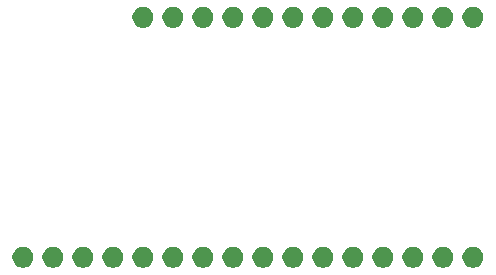
<source format=gbr>
G04 #@! TF.GenerationSoftware,KiCad,Pcbnew,5.1.4+dfsg1-1~bpo9+1*
G04 #@! TF.CreationDate,2019-11-13T15:03:19+01:00*
G04 #@! TF.ProjectId,quicklogic-quick-feather-board,71756963-6b6c-46f6-9769-632d71756963,rev?*
G04 #@! TF.SameCoordinates,Original*
G04 #@! TF.FileFunction,Soldermask,Bot*
G04 #@! TF.FilePolarity,Negative*
%FSLAX46Y46*%
G04 Gerber Fmt 4.6, Leading zero omitted, Abs format (unit mm)*
G04 Created by KiCad (PCBNEW 5.1.4+dfsg1-1~bpo9+1) date 2019-11-13 15:03:19*
%MOMM*%
%LPD*%
G04 APERTURE LIST*
%ADD10C,0.100000*%
G04 APERTURE END LIST*
D10*
G36*
X129710412Y-114308764D02*
G01*
X129872199Y-114375779D01*
X130017804Y-114473069D01*
X130141631Y-114596896D01*
X130238921Y-114742501D01*
X130305936Y-114904288D01*
X130340100Y-115076041D01*
X130340100Y-115251159D01*
X130305936Y-115422912D01*
X130238921Y-115584699D01*
X130141631Y-115730304D01*
X130017804Y-115854131D01*
X129872199Y-115951421D01*
X129710412Y-116018436D01*
X129538660Y-116052600D01*
X129363540Y-116052600D01*
X129191788Y-116018436D01*
X129030001Y-115951421D01*
X128884396Y-115854131D01*
X128760569Y-115730304D01*
X128663279Y-115584699D01*
X128596264Y-115422912D01*
X128562100Y-115251159D01*
X128562100Y-115076041D01*
X128596264Y-114904288D01*
X128663279Y-114742501D01*
X128760569Y-114596896D01*
X128884396Y-114473069D01*
X129030001Y-114375779D01*
X129191788Y-114308764D01*
X129363540Y-114274600D01*
X129538660Y-114274600D01*
X129710412Y-114308764D01*
X129710412Y-114308764D01*
G37*
G36*
X167810412Y-114308764D02*
G01*
X167972199Y-114375779D01*
X168117804Y-114473069D01*
X168241631Y-114596896D01*
X168338921Y-114742501D01*
X168405936Y-114904288D01*
X168440100Y-115076041D01*
X168440100Y-115251159D01*
X168405936Y-115422912D01*
X168338921Y-115584699D01*
X168241631Y-115730304D01*
X168117804Y-115854131D01*
X167972199Y-115951421D01*
X167810412Y-116018436D01*
X167638660Y-116052600D01*
X167463540Y-116052600D01*
X167291788Y-116018436D01*
X167130001Y-115951421D01*
X166984396Y-115854131D01*
X166860569Y-115730304D01*
X166763279Y-115584699D01*
X166696264Y-115422912D01*
X166662100Y-115251159D01*
X166662100Y-115076041D01*
X166696264Y-114904288D01*
X166763279Y-114742501D01*
X166860569Y-114596896D01*
X166984396Y-114473069D01*
X167130001Y-114375779D01*
X167291788Y-114308764D01*
X167463540Y-114274600D01*
X167638660Y-114274600D01*
X167810412Y-114308764D01*
X167810412Y-114308764D01*
G37*
G36*
X162730412Y-114308764D02*
G01*
X162892199Y-114375779D01*
X163037804Y-114473069D01*
X163161631Y-114596896D01*
X163258921Y-114742501D01*
X163325936Y-114904288D01*
X163360100Y-115076041D01*
X163360100Y-115251159D01*
X163325936Y-115422912D01*
X163258921Y-115584699D01*
X163161631Y-115730304D01*
X163037804Y-115854131D01*
X162892199Y-115951421D01*
X162730412Y-116018436D01*
X162558660Y-116052600D01*
X162383540Y-116052600D01*
X162211788Y-116018436D01*
X162050001Y-115951421D01*
X161904396Y-115854131D01*
X161780569Y-115730304D01*
X161683279Y-115584699D01*
X161616264Y-115422912D01*
X161582100Y-115251159D01*
X161582100Y-115076041D01*
X161616264Y-114904288D01*
X161683279Y-114742501D01*
X161780569Y-114596896D01*
X161904396Y-114473069D01*
X162050001Y-114375779D01*
X162211788Y-114308764D01*
X162383540Y-114274600D01*
X162558660Y-114274600D01*
X162730412Y-114308764D01*
X162730412Y-114308764D01*
G37*
G36*
X160190412Y-114308764D02*
G01*
X160352199Y-114375779D01*
X160497804Y-114473069D01*
X160621631Y-114596896D01*
X160718921Y-114742501D01*
X160785936Y-114904288D01*
X160820100Y-115076041D01*
X160820100Y-115251159D01*
X160785936Y-115422912D01*
X160718921Y-115584699D01*
X160621631Y-115730304D01*
X160497804Y-115854131D01*
X160352199Y-115951421D01*
X160190412Y-116018436D01*
X160018660Y-116052600D01*
X159843540Y-116052600D01*
X159671788Y-116018436D01*
X159510001Y-115951421D01*
X159364396Y-115854131D01*
X159240569Y-115730304D01*
X159143279Y-115584699D01*
X159076264Y-115422912D01*
X159042100Y-115251159D01*
X159042100Y-115076041D01*
X159076264Y-114904288D01*
X159143279Y-114742501D01*
X159240569Y-114596896D01*
X159364396Y-114473069D01*
X159510001Y-114375779D01*
X159671788Y-114308764D01*
X159843540Y-114274600D01*
X160018660Y-114274600D01*
X160190412Y-114308764D01*
X160190412Y-114308764D01*
G37*
G36*
X157650412Y-114308764D02*
G01*
X157812199Y-114375779D01*
X157957804Y-114473069D01*
X158081631Y-114596896D01*
X158178921Y-114742501D01*
X158245936Y-114904288D01*
X158280100Y-115076041D01*
X158280100Y-115251159D01*
X158245936Y-115422912D01*
X158178921Y-115584699D01*
X158081631Y-115730304D01*
X157957804Y-115854131D01*
X157812199Y-115951421D01*
X157650412Y-116018436D01*
X157478660Y-116052600D01*
X157303540Y-116052600D01*
X157131788Y-116018436D01*
X156970001Y-115951421D01*
X156824396Y-115854131D01*
X156700569Y-115730304D01*
X156603279Y-115584699D01*
X156536264Y-115422912D01*
X156502100Y-115251159D01*
X156502100Y-115076041D01*
X156536264Y-114904288D01*
X156603279Y-114742501D01*
X156700569Y-114596896D01*
X156824396Y-114473069D01*
X156970001Y-114375779D01*
X157131788Y-114308764D01*
X157303540Y-114274600D01*
X157478660Y-114274600D01*
X157650412Y-114308764D01*
X157650412Y-114308764D01*
G37*
G36*
X155110412Y-114308764D02*
G01*
X155272199Y-114375779D01*
X155417804Y-114473069D01*
X155541631Y-114596896D01*
X155638921Y-114742501D01*
X155705936Y-114904288D01*
X155740100Y-115076041D01*
X155740100Y-115251159D01*
X155705936Y-115422912D01*
X155638921Y-115584699D01*
X155541631Y-115730304D01*
X155417804Y-115854131D01*
X155272199Y-115951421D01*
X155110412Y-116018436D01*
X154938660Y-116052600D01*
X154763540Y-116052600D01*
X154591788Y-116018436D01*
X154430001Y-115951421D01*
X154284396Y-115854131D01*
X154160569Y-115730304D01*
X154063279Y-115584699D01*
X153996264Y-115422912D01*
X153962100Y-115251159D01*
X153962100Y-115076041D01*
X153996264Y-114904288D01*
X154063279Y-114742501D01*
X154160569Y-114596896D01*
X154284396Y-114473069D01*
X154430001Y-114375779D01*
X154591788Y-114308764D01*
X154763540Y-114274600D01*
X154938660Y-114274600D01*
X155110412Y-114308764D01*
X155110412Y-114308764D01*
G37*
G36*
X152570412Y-114308764D02*
G01*
X152732199Y-114375779D01*
X152877804Y-114473069D01*
X153001631Y-114596896D01*
X153098921Y-114742501D01*
X153165936Y-114904288D01*
X153200100Y-115076041D01*
X153200100Y-115251159D01*
X153165936Y-115422912D01*
X153098921Y-115584699D01*
X153001631Y-115730304D01*
X152877804Y-115854131D01*
X152732199Y-115951421D01*
X152570412Y-116018436D01*
X152398660Y-116052600D01*
X152223540Y-116052600D01*
X152051788Y-116018436D01*
X151890001Y-115951421D01*
X151744396Y-115854131D01*
X151620569Y-115730304D01*
X151523279Y-115584699D01*
X151456264Y-115422912D01*
X151422100Y-115251159D01*
X151422100Y-115076041D01*
X151456264Y-114904288D01*
X151523279Y-114742501D01*
X151620569Y-114596896D01*
X151744396Y-114473069D01*
X151890001Y-114375779D01*
X152051788Y-114308764D01*
X152223540Y-114274600D01*
X152398660Y-114274600D01*
X152570412Y-114308764D01*
X152570412Y-114308764D01*
G37*
G36*
X165270412Y-114308764D02*
G01*
X165432199Y-114375779D01*
X165577804Y-114473069D01*
X165701631Y-114596896D01*
X165798921Y-114742501D01*
X165865936Y-114904288D01*
X165900100Y-115076041D01*
X165900100Y-115251159D01*
X165865936Y-115422912D01*
X165798921Y-115584699D01*
X165701631Y-115730304D01*
X165577804Y-115854131D01*
X165432199Y-115951421D01*
X165270412Y-116018436D01*
X165098660Y-116052600D01*
X164923540Y-116052600D01*
X164751788Y-116018436D01*
X164590001Y-115951421D01*
X164444396Y-115854131D01*
X164320569Y-115730304D01*
X164223279Y-115584699D01*
X164156264Y-115422912D01*
X164122100Y-115251159D01*
X164122100Y-115076041D01*
X164156264Y-114904288D01*
X164223279Y-114742501D01*
X164320569Y-114596896D01*
X164444396Y-114473069D01*
X164590001Y-114375779D01*
X164751788Y-114308764D01*
X164923540Y-114274600D01*
X165098660Y-114274600D01*
X165270412Y-114308764D01*
X165270412Y-114308764D01*
G37*
G36*
X144950412Y-114308764D02*
G01*
X145112199Y-114375779D01*
X145257804Y-114473069D01*
X145381631Y-114596896D01*
X145478921Y-114742501D01*
X145545936Y-114904288D01*
X145580100Y-115076041D01*
X145580100Y-115251159D01*
X145545936Y-115422912D01*
X145478921Y-115584699D01*
X145381631Y-115730304D01*
X145257804Y-115854131D01*
X145112199Y-115951421D01*
X144950412Y-116018436D01*
X144778660Y-116052600D01*
X144603540Y-116052600D01*
X144431788Y-116018436D01*
X144270001Y-115951421D01*
X144124396Y-115854131D01*
X144000569Y-115730304D01*
X143903279Y-115584699D01*
X143836264Y-115422912D01*
X143802100Y-115251159D01*
X143802100Y-115076041D01*
X143836264Y-114904288D01*
X143903279Y-114742501D01*
X144000569Y-114596896D01*
X144124396Y-114473069D01*
X144270001Y-114375779D01*
X144431788Y-114308764D01*
X144603540Y-114274600D01*
X144778660Y-114274600D01*
X144950412Y-114308764D01*
X144950412Y-114308764D01*
G37*
G36*
X142410412Y-114308764D02*
G01*
X142572199Y-114375779D01*
X142717804Y-114473069D01*
X142841631Y-114596896D01*
X142938921Y-114742501D01*
X143005936Y-114904288D01*
X143040100Y-115076041D01*
X143040100Y-115251159D01*
X143005936Y-115422912D01*
X142938921Y-115584699D01*
X142841631Y-115730304D01*
X142717804Y-115854131D01*
X142572199Y-115951421D01*
X142410412Y-116018436D01*
X142238660Y-116052600D01*
X142063540Y-116052600D01*
X141891788Y-116018436D01*
X141730001Y-115951421D01*
X141584396Y-115854131D01*
X141460569Y-115730304D01*
X141363279Y-115584699D01*
X141296264Y-115422912D01*
X141262100Y-115251159D01*
X141262100Y-115076041D01*
X141296264Y-114904288D01*
X141363279Y-114742501D01*
X141460569Y-114596896D01*
X141584396Y-114473069D01*
X141730001Y-114375779D01*
X141891788Y-114308764D01*
X142063540Y-114274600D01*
X142238660Y-114274600D01*
X142410412Y-114308764D01*
X142410412Y-114308764D01*
G37*
G36*
X139870412Y-114308764D02*
G01*
X140032199Y-114375779D01*
X140177804Y-114473069D01*
X140301631Y-114596896D01*
X140398921Y-114742501D01*
X140465936Y-114904288D01*
X140500100Y-115076041D01*
X140500100Y-115251159D01*
X140465936Y-115422912D01*
X140398921Y-115584699D01*
X140301631Y-115730304D01*
X140177804Y-115854131D01*
X140032199Y-115951421D01*
X139870412Y-116018436D01*
X139698660Y-116052600D01*
X139523540Y-116052600D01*
X139351788Y-116018436D01*
X139190001Y-115951421D01*
X139044396Y-115854131D01*
X138920569Y-115730304D01*
X138823279Y-115584699D01*
X138756264Y-115422912D01*
X138722100Y-115251159D01*
X138722100Y-115076041D01*
X138756264Y-114904288D01*
X138823279Y-114742501D01*
X138920569Y-114596896D01*
X139044396Y-114473069D01*
X139190001Y-114375779D01*
X139351788Y-114308764D01*
X139523540Y-114274600D01*
X139698660Y-114274600D01*
X139870412Y-114308764D01*
X139870412Y-114308764D01*
G37*
G36*
X137330412Y-114308764D02*
G01*
X137492199Y-114375779D01*
X137637804Y-114473069D01*
X137761631Y-114596896D01*
X137858921Y-114742501D01*
X137925936Y-114904288D01*
X137960100Y-115076041D01*
X137960100Y-115251159D01*
X137925936Y-115422912D01*
X137858921Y-115584699D01*
X137761631Y-115730304D01*
X137637804Y-115854131D01*
X137492199Y-115951421D01*
X137330412Y-116018436D01*
X137158660Y-116052600D01*
X136983540Y-116052600D01*
X136811788Y-116018436D01*
X136650001Y-115951421D01*
X136504396Y-115854131D01*
X136380569Y-115730304D01*
X136283279Y-115584699D01*
X136216264Y-115422912D01*
X136182100Y-115251159D01*
X136182100Y-115076041D01*
X136216264Y-114904288D01*
X136283279Y-114742501D01*
X136380569Y-114596896D01*
X136504396Y-114473069D01*
X136650001Y-114375779D01*
X136811788Y-114308764D01*
X136983540Y-114274600D01*
X137158660Y-114274600D01*
X137330412Y-114308764D01*
X137330412Y-114308764D01*
G37*
G36*
X134790412Y-114308764D02*
G01*
X134952199Y-114375779D01*
X135097804Y-114473069D01*
X135221631Y-114596896D01*
X135318921Y-114742501D01*
X135385936Y-114904288D01*
X135420100Y-115076041D01*
X135420100Y-115251159D01*
X135385936Y-115422912D01*
X135318921Y-115584699D01*
X135221631Y-115730304D01*
X135097804Y-115854131D01*
X134952199Y-115951421D01*
X134790412Y-116018436D01*
X134618660Y-116052600D01*
X134443540Y-116052600D01*
X134271788Y-116018436D01*
X134110001Y-115951421D01*
X133964396Y-115854131D01*
X133840569Y-115730304D01*
X133743279Y-115584699D01*
X133676264Y-115422912D01*
X133642100Y-115251159D01*
X133642100Y-115076041D01*
X133676264Y-114904288D01*
X133743279Y-114742501D01*
X133840569Y-114596896D01*
X133964396Y-114473069D01*
X134110001Y-114375779D01*
X134271788Y-114308764D01*
X134443540Y-114274600D01*
X134618660Y-114274600D01*
X134790412Y-114308764D01*
X134790412Y-114308764D01*
G37*
G36*
X132250412Y-114308764D02*
G01*
X132412199Y-114375779D01*
X132557804Y-114473069D01*
X132681631Y-114596896D01*
X132778921Y-114742501D01*
X132845936Y-114904288D01*
X132880100Y-115076041D01*
X132880100Y-115251159D01*
X132845936Y-115422912D01*
X132778921Y-115584699D01*
X132681631Y-115730304D01*
X132557804Y-115854131D01*
X132412199Y-115951421D01*
X132250412Y-116018436D01*
X132078660Y-116052600D01*
X131903540Y-116052600D01*
X131731788Y-116018436D01*
X131570001Y-115951421D01*
X131424396Y-115854131D01*
X131300569Y-115730304D01*
X131203279Y-115584699D01*
X131136264Y-115422912D01*
X131102100Y-115251159D01*
X131102100Y-115076041D01*
X131136264Y-114904288D01*
X131203279Y-114742501D01*
X131300569Y-114596896D01*
X131424396Y-114473069D01*
X131570001Y-114375779D01*
X131731788Y-114308764D01*
X131903540Y-114274600D01*
X132078660Y-114274600D01*
X132250412Y-114308764D01*
X132250412Y-114308764D01*
G37*
G36*
X150030412Y-114308764D02*
G01*
X150192199Y-114375779D01*
X150337804Y-114473069D01*
X150461631Y-114596896D01*
X150558921Y-114742501D01*
X150625936Y-114904288D01*
X150660100Y-115076041D01*
X150660100Y-115251159D01*
X150625936Y-115422912D01*
X150558921Y-115584699D01*
X150461631Y-115730304D01*
X150337804Y-115854131D01*
X150192199Y-115951421D01*
X150030412Y-116018436D01*
X149858660Y-116052600D01*
X149683540Y-116052600D01*
X149511788Y-116018436D01*
X149350001Y-115951421D01*
X149204396Y-115854131D01*
X149080569Y-115730304D01*
X148983279Y-115584699D01*
X148916264Y-115422912D01*
X148882100Y-115251159D01*
X148882100Y-115076041D01*
X148916264Y-114904288D01*
X148983279Y-114742501D01*
X149080569Y-114596896D01*
X149204396Y-114473069D01*
X149350001Y-114375779D01*
X149511788Y-114308764D01*
X149683540Y-114274600D01*
X149858660Y-114274600D01*
X150030412Y-114308764D01*
X150030412Y-114308764D01*
G37*
G36*
X147490412Y-114308764D02*
G01*
X147652199Y-114375779D01*
X147797804Y-114473069D01*
X147921631Y-114596896D01*
X148018921Y-114742501D01*
X148085936Y-114904288D01*
X148120100Y-115076041D01*
X148120100Y-115251159D01*
X148085936Y-115422912D01*
X148018921Y-115584699D01*
X147921631Y-115730304D01*
X147797804Y-115854131D01*
X147652199Y-115951421D01*
X147490412Y-116018436D01*
X147318660Y-116052600D01*
X147143540Y-116052600D01*
X146971788Y-116018436D01*
X146810001Y-115951421D01*
X146664396Y-115854131D01*
X146540569Y-115730304D01*
X146443279Y-115584699D01*
X146376264Y-115422912D01*
X146342100Y-115251159D01*
X146342100Y-115076041D01*
X146376264Y-114904288D01*
X146443279Y-114742501D01*
X146540569Y-114596896D01*
X146664396Y-114473069D01*
X146810001Y-114375779D01*
X146971788Y-114308764D01*
X147143540Y-114274600D01*
X147318660Y-114274600D01*
X147490412Y-114308764D01*
X147490412Y-114308764D01*
G37*
G36*
X167810412Y-93988764D02*
G01*
X167972199Y-94055779D01*
X168117804Y-94153069D01*
X168241631Y-94276896D01*
X168338921Y-94422501D01*
X168405936Y-94584288D01*
X168440100Y-94756041D01*
X168440100Y-94931159D01*
X168405936Y-95102912D01*
X168338921Y-95264699D01*
X168241631Y-95410304D01*
X168117804Y-95534131D01*
X167972199Y-95631421D01*
X167810412Y-95698436D01*
X167724535Y-95715518D01*
X167638660Y-95732600D01*
X167463540Y-95732600D01*
X167377665Y-95715518D01*
X167291788Y-95698436D01*
X167130001Y-95631421D01*
X166984396Y-95534131D01*
X166860569Y-95410304D01*
X166763279Y-95264699D01*
X166696264Y-95102912D01*
X166662100Y-94931159D01*
X166662100Y-94756041D01*
X166696264Y-94584288D01*
X166763279Y-94422501D01*
X166860569Y-94276896D01*
X166984396Y-94153069D01*
X167130001Y-94055779D01*
X167291788Y-93988764D01*
X167463540Y-93954600D01*
X167638660Y-93954600D01*
X167810412Y-93988764D01*
X167810412Y-93988764D01*
G37*
G36*
X142410412Y-93988764D02*
G01*
X142572199Y-94055779D01*
X142717804Y-94153069D01*
X142841631Y-94276896D01*
X142938921Y-94422501D01*
X143005936Y-94584288D01*
X143040100Y-94756041D01*
X143040100Y-94931159D01*
X143005936Y-95102912D01*
X142938921Y-95264699D01*
X142841631Y-95410304D01*
X142717804Y-95534131D01*
X142572199Y-95631421D01*
X142410412Y-95698436D01*
X142324535Y-95715518D01*
X142238660Y-95732600D01*
X142063540Y-95732600D01*
X141977665Y-95715518D01*
X141891788Y-95698436D01*
X141730001Y-95631421D01*
X141584396Y-95534131D01*
X141460569Y-95410304D01*
X141363279Y-95264699D01*
X141296264Y-95102912D01*
X141262100Y-94931159D01*
X141262100Y-94756041D01*
X141296264Y-94584288D01*
X141363279Y-94422501D01*
X141460569Y-94276896D01*
X141584396Y-94153069D01*
X141730001Y-94055779D01*
X141891788Y-93988764D01*
X142063540Y-93954600D01*
X142238660Y-93954600D01*
X142410412Y-93988764D01*
X142410412Y-93988764D01*
G37*
G36*
X144950412Y-93988764D02*
G01*
X145112199Y-94055779D01*
X145257804Y-94153069D01*
X145381631Y-94276896D01*
X145478921Y-94422501D01*
X145545936Y-94584288D01*
X145580100Y-94756041D01*
X145580100Y-94931159D01*
X145545936Y-95102912D01*
X145478921Y-95264699D01*
X145381631Y-95410304D01*
X145257804Y-95534131D01*
X145112199Y-95631421D01*
X144950412Y-95698436D01*
X144864535Y-95715518D01*
X144778660Y-95732600D01*
X144603540Y-95732600D01*
X144517665Y-95715518D01*
X144431788Y-95698436D01*
X144270001Y-95631421D01*
X144124396Y-95534131D01*
X144000569Y-95410304D01*
X143903279Y-95264699D01*
X143836264Y-95102912D01*
X143802100Y-94931159D01*
X143802100Y-94756041D01*
X143836264Y-94584288D01*
X143903279Y-94422501D01*
X144000569Y-94276896D01*
X144124396Y-94153069D01*
X144270001Y-94055779D01*
X144431788Y-93988764D01*
X144603540Y-93954600D01*
X144778660Y-93954600D01*
X144950412Y-93988764D01*
X144950412Y-93988764D01*
G37*
G36*
X147490412Y-93988764D02*
G01*
X147652199Y-94055779D01*
X147797804Y-94153069D01*
X147921631Y-94276896D01*
X148018921Y-94422501D01*
X148085936Y-94584288D01*
X148120100Y-94756041D01*
X148120100Y-94931159D01*
X148085936Y-95102912D01*
X148018921Y-95264699D01*
X147921631Y-95410304D01*
X147797804Y-95534131D01*
X147652199Y-95631421D01*
X147490412Y-95698436D01*
X147404535Y-95715518D01*
X147318660Y-95732600D01*
X147143540Y-95732600D01*
X147057665Y-95715518D01*
X146971788Y-95698436D01*
X146810001Y-95631421D01*
X146664396Y-95534131D01*
X146540569Y-95410304D01*
X146443279Y-95264699D01*
X146376264Y-95102912D01*
X146342100Y-94931159D01*
X146342100Y-94756041D01*
X146376264Y-94584288D01*
X146443279Y-94422501D01*
X146540569Y-94276896D01*
X146664396Y-94153069D01*
X146810001Y-94055779D01*
X146971788Y-93988764D01*
X147143540Y-93954600D01*
X147318660Y-93954600D01*
X147490412Y-93988764D01*
X147490412Y-93988764D01*
G37*
G36*
X150030412Y-93988764D02*
G01*
X150192199Y-94055779D01*
X150337804Y-94153069D01*
X150461631Y-94276896D01*
X150558921Y-94422501D01*
X150625936Y-94584288D01*
X150660100Y-94756041D01*
X150660100Y-94931159D01*
X150625936Y-95102912D01*
X150558921Y-95264699D01*
X150461631Y-95410304D01*
X150337804Y-95534131D01*
X150192199Y-95631421D01*
X150030412Y-95698436D01*
X149944535Y-95715518D01*
X149858660Y-95732600D01*
X149683540Y-95732600D01*
X149597665Y-95715518D01*
X149511788Y-95698436D01*
X149350001Y-95631421D01*
X149204396Y-95534131D01*
X149080569Y-95410304D01*
X148983279Y-95264699D01*
X148916264Y-95102912D01*
X148882100Y-94931159D01*
X148882100Y-94756041D01*
X148916264Y-94584288D01*
X148983279Y-94422501D01*
X149080569Y-94276896D01*
X149204396Y-94153069D01*
X149350001Y-94055779D01*
X149511788Y-93988764D01*
X149683540Y-93954600D01*
X149858660Y-93954600D01*
X150030412Y-93988764D01*
X150030412Y-93988764D01*
G37*
G36*
X152570412Y-93988764D02*
G01*
X152732199Y-94055779D01*
X152877804Y-94153069D01*
X153001631Y-94276896D01*
X153098921Y-94422501D01*
X153165936Y-94584288D01*
X153200100Y-94756041D01*
X153200100Y-94931159D01*
X153165936Y-95102912D01*
X153098921Y-95264699D01*
X153001631Y-95410304D01*
X152877804Y-95534131D01*
X152732199Y-95631421D01*
X152570412Y-95698436D01*
X152484535Y-95715518D01*
X152398660Y-95732600D01*
X152223540Y-95732600D01*
X152137665Y-95715518D01*
X152051788Y-95698436D01*
X151890001Y-95631421D01*
X151744396Y-95534131D01*
X151620569Y-95410304D01*
X151523279Y-95264699D01*
X151456264Y-95102912D01*
X151422100Y-94931159D01*
X151422100Y-94756041D01*
X151456264Y-94584288D01*
X151523279Y-94422501D01*
X151620569Y-94276896D01*
X151744396Y-94153069D01*
X151890001Y-94055779D01*
X152051788Y-93988764D01*
X152223540Y-93954600D01*
X152398660Y-93954600D01*
X152570412Y-93988764D01*
X152570412Y-93988764D01*
G37*
G36*
X155110412Y-93988764D02*
G01*
X155272199Y-94055779D01*
X155417804Y-94153069D01*
X155541631Y-94276896D01*
X155638921Y-94422501D01*
X155705936Y-94584288D01*
X155740100Y-94756041D01*
X155740100Y-94931159D01*
X155705936Y-95102912D01*
X155638921Y-95264699D01*
X155541631Y-95410304D01*
X155417804Y-95534131D01*
X155272199Y-95631421D01*
X155110412Y-95698436D01*
X155024535Y-95715518D01*
X154938660Y-95732600D01*
X154763540Y-95732600D01*
X154677665Y-95715518D01*
X154591788Y-95698436D01*
X154430001Y-95631421D01*
X154284396Y-95534131D01*
X154160569Y-95410304D01*
X154063279Y-95264699D01*
X153996264Y-95102912D01*
X153962100Y-94931159D01*
X153962100Y-94756041D01*
X153996264Y-94584288D01*
X154063279Y-94422501D01*
X154160569Y-94276896D01*
X154284396Y-94153069D01*
X154430001Y-94055779D01*
X154591788Y-93988764D01*
X154763540Y-93954600D01*
X154938660Y-93954600D01*
X155110412Y-93988764D01*
X155110412Y-93988764D01*
G37*
G36*
X157650412Y-93988764D02*
G01*
X157812199Y-94055779D01*
X157957804Y-94153069D01*
X158081631Y-94276896D01*
X158178921Y-94422501D01*
X158245936Y-94584288D01*
X158280100Y-94756041D01*
X158280100Y-94931159D01*
X158245936Y-95102912D01*
X158178921Y-95264699D01*
X158081631Y-95410304D01*
X157957804Y-95534131D01*
X157812199Y-95631421D01*
X157650412Y-95698436D01*
X157564535Y-95715518D01*
X157478660Y-95732600D01*
X157303540Y-95732600D01*
X157217665Y-95715518D01*
X157131788Y-95698436D01*
X156970001Y-95631421D01*
X156824396Y-95534131D01*
X156700569Y-95410304D01*
X156603279Y-95264699D01*
X156536264Y-95102912D01*
X156502100Y-94931159D01*
X156502100Y-94756041D01*
X156536264Y-94584288D01*
X156603279Y-94422501D01*
X156700569Y-94276896D01*
X156824396Y-94153069D01*
X156970001Y-94055779D01*
X157131788Y-93988764D01*
X157303540Y-93954600D01*
X157478660Y-93954600D01*
X157650412Y-93988764D01*
X157650412Y-93988764D01*
G37*
G36*
X160190412Y-93988764D02*
G01*
X160352199Y-94055779D01*
X160497804Y-94153069D01*
X160621631Y-94276896D01*
X160718921Y-94422501D01*
X160785936Y-94584288D01*
X160820100Y-94756041D01*
X160820100Y-94931159D01*
X160785936Y-95102912D01*
X160718921Y-95264699D01*
X160621631Y-95410304D01*
X160497804Y-95534131D01*
X160352199Y-95631421D01*
X160190412Y-95698436D01*
X160104535Y-95715518D01*
X160018660Y-95732600D01*
X159843540Y-95732600D01*
X159757665Y-95715518D01*
X159671788Y-95698436D01*
X159510001Y-95631421D01*
X159364396Y-95534131D01*
X159240569Y-95410304D01*
X159143279Y-95264699D01*
X159076264Y-95102912D01*
X159042100Y-94931159D01*
X159042100Y-94756041D01*
X159076264Y-94584288D01*
X159143279Y-94422501D01*
X159240569Y-94276896D01*
X159364396Y-94153069D01*
X159510001Y-94055779D01*
X159671788Y-93988764D01*
X159843540Y-93954600D01*
X160018660Y-93954600D01*
X160190412Y-93988764D01*
X160190412Y-93988764D01*
G37*
G36*
X162730412Y-93988764D02*
G01*
X162892199Y-94055779D01*
X163037804Y-94153069D01*
X163161631Y-94276896D01*
X163258921Y-94422501D01*
X163325936Y-94584288D01*
X163360100Y-94756041D01*
X163360100Y-94931159D01*
X163325936Y-95102912D01*
X163258921Y-95264699D01*
X163161631Y-95410304D01*
X163037804Y-95534131D01*
X162892199Y-95631421D01*
X162730412Y-95698436D01*
X162644535Y-95715518D01*
X162558660Y-95732600D01*
X162383540Y-95732600D01*
X162297665Y-95715518D01*
X162211788Y-95698436D01*
X162050001Y-95631421D01*
X161904396Y-95534131D01*
X161780569Y-95410304D01*
X161683279Y-95264699D01*
X161616264Y-95102912D01*
X161582100Y-94931159D01*
X161582100Y-94756041D01*
X161616264Y-94584288D01*
X161683279Y-94422501D01*
X161780569Y-94276896D01*
X161904396Y-94153069D01*
X162050001Y-94055779D01*
X162211788Y-93988764D01*
X162383540Y-93954600D01*
X162558660Y-93954600D01*
X162730412Y-93988764D01*
X162730412Y-93988764D01*
G37*
G36*
X165270412Y-93988764D02*
G01*
X165432199Y-94055779D01*
X165577804Y-94153069D01*
X165701631Y-94276896D01*
X165798921Y-94422501D01*
X165865936Y-94584288D01*
X165900100Y-94756041D01*
X165900100Y-94931159D01*
X165865936Y-95102912D01*
X165798921Y-95264699D01*
X165701631Y-95410304D01*
X165577804Y-95534131D01*
X165432199Y-95631421D01*
X165270412Y-95698436D01*
X165184535Y-95715518D01*
X165098660Y-95732600D01*
X164923540Y-95732600D01*
X164837665Y-95715518D01*
X164751788Y-95698436D01*
X164590001Y-95631421D01*
X164444396Y-95534131D01*
X164320569Y-95410304D01*
X164223279Y-95264699D01*
X164156264Y-95102912D01*
X164122100Y-94931159D01*
X164122100Y-94756041D01*
X164156264Y-94584288D01*
X164223279Y-94422501D01*
X164320569Y-94276896D01*
X164444396Y-94153069D01*
X164590001Y-94055779D01*
X164751788Y-93988764D01*
X164923540Y-93954600D01*
X165098660Y-93954600D01*
X165270412Y-93988764D01*
X165270412Y-93988764D01*
G37*
G36*
X139870412Y-93988764D02*
G01*
X140032199Y-94055779D01*
X140177804Y-94153069D01*
X140301631Y-94276896D01*
X140398921Y-94422501D01*
X140465936Y-94584288D01*
X140500100Y-94756041D01*
X140500100Y-94931159D01*
X140465936Y-95102912D01*
X140398921Y-95264699D01*
X140301631Y-95410304D01*
X140177804Y-95534131D01*
X140032199Y-95631421D01*
X139870412Y-95698436D01*
X139784535Y-95715518D01*
X139698660Y-95732600D01*
X139523540Y-95732600D01*
X139437665Y-95715518D01*
X139351788Y-95698436D01*
X139190001Y-95631421D01*
X139044396Y-95534131D01*
X138920569Y-95410304D01*
X138823279Y-95264699D01*
X138756264Y-95102912D01*
X138722100Y-94931159D01*
X138722100Y-94756041D01*
X138756264Y-94584288D01*
X138823279Y-94422501D01*
X138920569Y-94276896D01*
X139044396Y-94153069D01*
X139190001Y-94055779D01*
X139351788Y-93988764D01*
X139523540Y-93954600D01*
X139698660Y-93954600D01*
X139870412Y-93988764D01*
X139870412Y-93988764D01*
G37*
M02*

</source>
